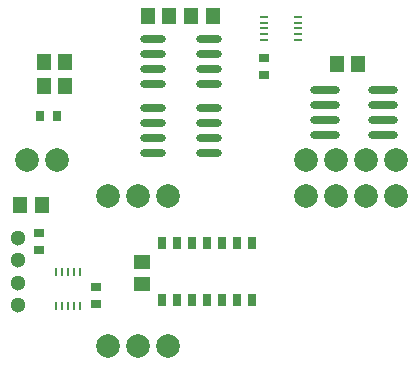
<source format=gbr>
G04 Layer_Color=255*
%FSLAX45Y45*%
%MOMM*%
%TF.FileFunction,Pads,Bot*%
%TF.Part,Single*%
G01*
G75*
%TA.AperFunction,SMDPad,CuDef*%
%ADD13R,1.40000X1.20000*%
%ADD14R,0.90000X0.80000*%
%TA.AperFunction,ComponentPad*%
%ADD17C,2.00000*%
%ADD18C,1.30000*%
%TA.AperFunction,SMDPad,CuDef*%
%ADD20O,2.20000X0.60000*%
%ADD21O,2.50000X0.70000*%
%ADD22R,1.20000X1.40000*%
%ADD23R,0.25000X0.67500*%
%ADD24R,0.67500X0.25000*%
%ADD25R,0.65000X1.00000*%
%ADD26R,0.80000X0.90000*%
D13*
X-1440180Y-77297D02*
D03*
Y102702D02*
D03*
D14*
X-1828800Y-247792D02*
D03*
Y-107793D02*
D03*
X-406400Y1828800D02*
D03*
Y1688800D02*
D03*
X-2311400Y209403D02*
D03*
Y349402D02*
D03*
D17*
X-2159000Y965200D02*
D03*
X-2413000D02*
D03*
X-1727200Y-609600D02*
D03*
X-1473200D02*
D03*
X-1219200D02*
D03*
Y660400D02*
D03*
X-1473200D02*
D03*
X-1727200D02*
D03*
X-50800Y965200D02*
D03*
X203200D02*
D03*
X457200D02*
D03*
X711200D02*
D03*
X-50800Y660400D02*
D03*
X203200D02*
D03*
X457200D02*
D03*
X711200D02*
D03*
D18*
X-2489200Y-260101D02*
D03*
Y-69601D02*
D03*
Y120899D02*
D03*
Y311399D02*
D03*
D20*
X-1345997Y1612900D02*
D03*
Y1739900D02*
D03*
Y1866900D02*
D03*
Y1993900D02*
D03*
X-865998Y1612900D02*
D03*
Y1739900D02*
D03*
Y1866900D02*
D03*
Y1993900D02*
D03*
X-1345997Y1028700D02*
D03*
Y1155700D02*
D03*
Y1282700D02*
D03*
Y1409700D02*
D03*
X-865998Y1028700D02*
D03*
Y1155700D02*
D03*
Y1282700D02*
D03*
Y1409700D02*
D03*
D21*
X601401Y1562100D02*
D03*
Y1435100D02*
D03*
Y1308100D02*
D03*
Y1181100D02*
D03*
X111399Y1562100D02*
D03*
Y1435100D02*
D03*
Y1308100D02*
D03*
Y1181100D02*
D03*
D22*
X-2466000Y584200D02*
D03*
X-2286000D02*
D03*
X394802Y1778000D02*
D03*
X214803D02*
D03*
X-1018200Y2184400D02*
D03*
X-838200D02*
D03*
X-1205398D02*
D03*
X-1385397D02*
D03*
X-2088505Y1593997D02*
D03*
X-2268504D02*
D03*
X-2088505Y1797197D02*
D03*
X-2268504D02*
D03*
D23*
X-1964400Y21107D02*
D03*
X-2014403D02*
D03*
X-2164405D02*
D03*
X-2114403D02*
D03*
X-2064400D02*
D03*
X-2164405Y-266395D02*
D03*
X-1964400D02*
D03*
X-2014403D02*
D03*
X-2114403D02*
D03*
X-2064400D02*
D03*
D24*
X-406400Y2082795D02*
D03*
Y2132797D02*
D03*
Y2032798D02*
D03*
Y1982795D02*
D03*
Y2182800D02*
D03*
X-118897Y2082795D02*
D03*
Y2132797D02*
D03*
Y2182800D02*
D03*
Y2032798D02*
D03*
Y1982795D02*
D03*
D25*
X-1270000Y-215900D02*
D03*
X-1143000D02*
D03*
X-508000D02*
D03*
X-635000D02*
D03*
X-508000Y266700D02*
D03*
X-635000D02*
D03*
X-1270000D02*
D03*
X-1143000D02*
D03*
X-1016000Y-215900D02*
D03*
X-889000D02*
D03*
X-762000D02*
D03*
Y266700D02*
D03*
X-889000D02*
D03*
X-1016000D02*
D03*
D26*
X-2299305Y1339997D02*
D03*
X-2159300D02*
D03*
%TF.MD5,30746027bb2e9c5b8793deaab1aafddc*%
M02*

</source>
